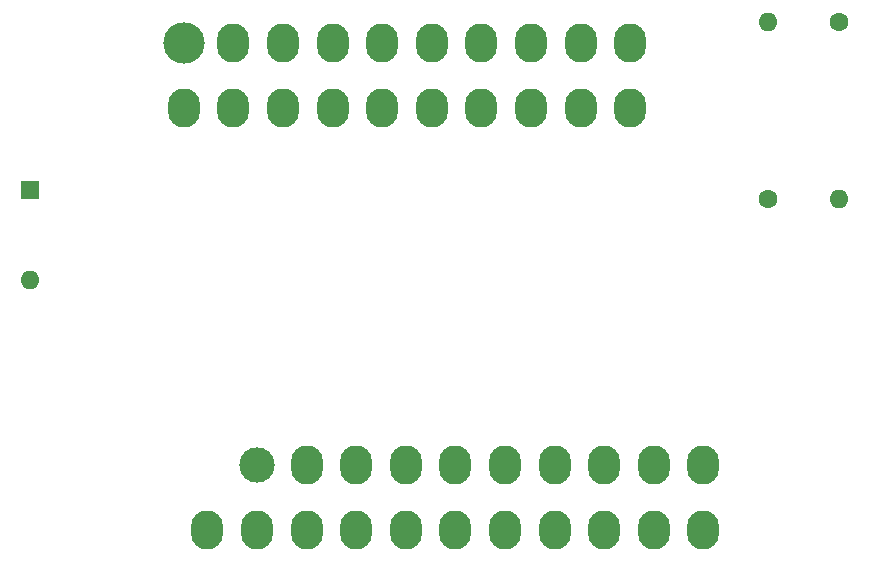
<source format=gbr>
%TF.GenerationSoftware,KiCad,Pcbnew,8.0.1*%
%TF.CreationDate,2024-05-07T20:14:08+02:00*%
%TF.ProjectId,atx,6174782e-6b69-4636-9164-5f7063625858,rev?*%
%TF.SameCoordinates,Original*%
%TF.FileFunction,Soldermask,Top*%
%TF.FilePolarity,Negative*%
%FSLAX46Y46*%
G04 Gerber Fmt 4.6, Leading zero omitted, Abs format (unit mm)*
G04 Created by KiCad (PCBNEW 8.0.1) date 2024-05-07 20:14:08*
%MOMM*%
%LPD*%
G01*
G04 APERTURE LIST*
%ADD10R,1.600000X1.600000*%
%ADD11O,1.600000X1.600000*%
%ADD12C,3.000000*%
%ADD13O,2.700000X3.300000*%
%ADD14C,1.600000*%
%ADD15C,3.500000*%
G04 APERTURE END LIST*
D10*
%TO.C,test switch*%
X74500000Y-62200000D03*
D11*
X74500000Y-69820000D03*
%TD*%
D12*
%TO.C,power mac g4*%
X93700000Y-85500000D03*
D13*
X97900000Y-85500000D03*
X102100000Y-85500000D03*
X106300000Y-85500000D03*
X110500000Y-85500000D03*
X114700000Y-85500000D03*
X118900000Y-85500000D03*
X123100000Y-85500000D03*
X127300000Y-85500000D03*
X131500000Y-85500000D03*
X89500000Y-91000000D03*
X93700000Y-91000000D03*
X97900000Y-91000000D03*
X102100000Y-91000000D03*
X106300000Y-91000000D03*
X110500000Y-91000000D03*
X114700000Y-91000000D03*
X118900000Y-91000000D03*
X123100000Y-91000000D03*
X127300000Y-91000000D03*
X131500000Y-91000000D03*
%TD*%
D14*
%TO.C,diode 50v 3A*%
X137000000Y-63000000D03*
D11*
X137000000Y-48000000D03*
%TD*%
D14*
%TO.C,diode 50v 3A*%
X143000000Y-48000000D03*
D11*
X143000000Y-63000000D03*
%TD*%
D13*
%TO.C,atx psu*%
X125300000Y-55250000D03*
X121100000Y-55250000D03*
X116900000Y-55250000D03*
X112700000Y-55250000D03*
X108500000Y-55250000D03*
X104300000Y-55250000D03*
X100100000Y-55250000D03*
X95900000Y-55250000D03*
X91700000Y-55250000D03*
X87500000Y-55250000D03*
X125300000Y-49750000D03*
X121100000Y-49750000D03*
X116900000Y-49750000D03*
X112700000Y-49750000D03*
X108500000Y-49750000D03*
X104300000Y-49750000D03*
X100100000Y-49750000D03*
X95900000Y-49750000D03*
X91700000Y-49750000D03*
D15*
X87500000Y-49750000D03*
%TD*%
M02*

</source>
